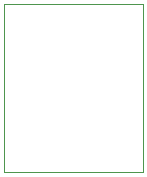
<source format=gm1>
G04*
G04 #@! TF.GenerationSoftware,Altium Limited,Altium Designer,18.0.7 (293)*
G04*
G04 Layer_Color=16711935*
%FSLAX25Y25*%
%MOIN*%
G70*
G01*
G75*
%ADD10C,0.00200*%
%ADD33C,0.00201*%
D10*
X108300Y190200D02*
X154800D01*
Y134000D02*
Y190200D01*
X108300Y134000D02*
X154800D01*
D33*
X108300D02*
Y190200D01*
M02*

</source>
